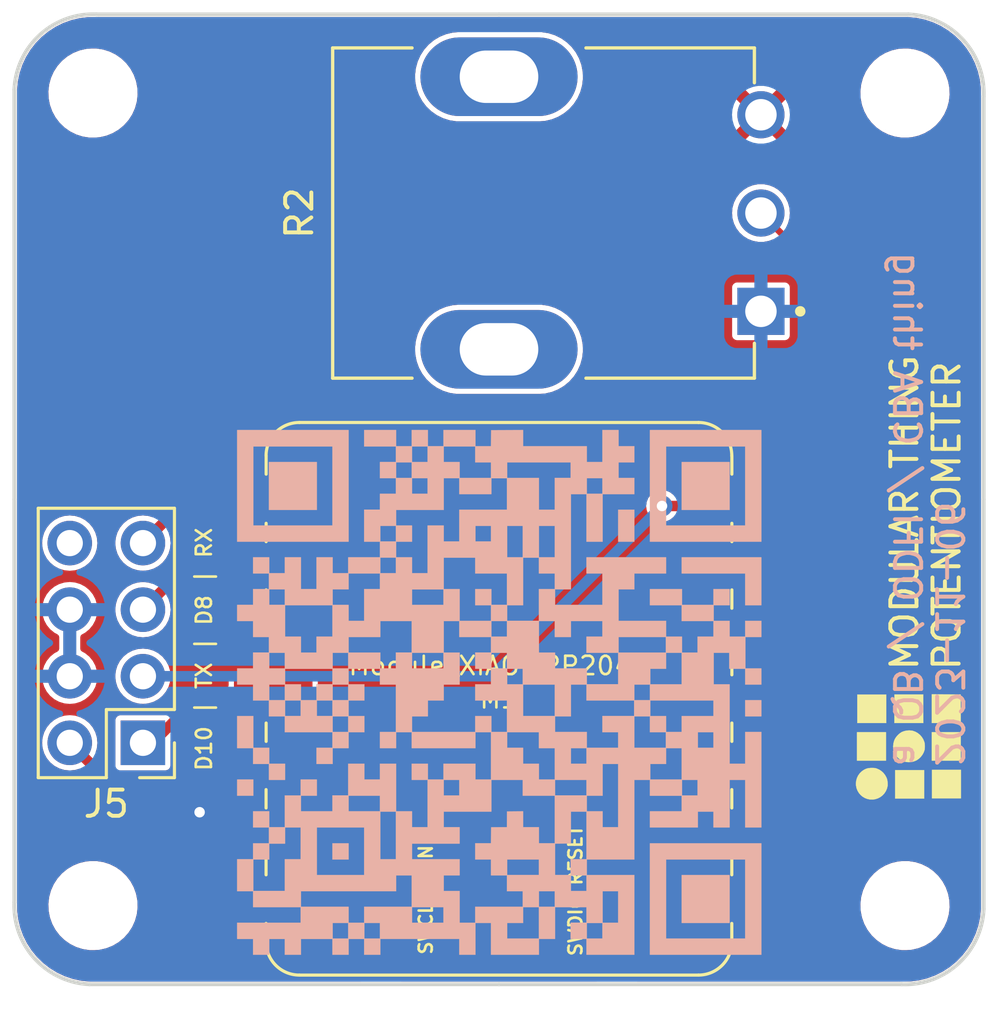
<source format=kicad_pcb>
(kicad_pcb (version 20221018) (generator pcbnew)
  (layers (0 "F.Cu" signal) (31 "B.Cu" signal) (34 "B.Paste" user) (35 "F.Paste" user) (36 "B.SilkS" user "B.Silkscreen") (37 "F.SilkS" user "F.Silkscreen") (38 "B.Mask" user) (39 "F.Mask" user) (44 "Edge.Cuts" user))
  (net 0 "")
  (net 1 "PWR_GND")
  (net 2 "B_P3")
  (net 3 "B_P2")
  (net 10 "PWR_5V")
  (net 11 "PWR_3V3")
  (net 13 "B_TX")
  (net 14 "B_RX")
  (net 21 "VAL")
  (footprint "fab:cba_logo" (layer "F.Cu") (at 155.2448 72.7964 90)
    (fp_text reference "Ref**" hide)
    (fp_text value "Val**" hide)
    (fp_poly (pts (xy -1.035539 0.683846) (xy -2.119923 0.683846) (xy -2.119923 -0.420077) (xy -1.035539 -0.420077) (xy -1.035539 0.683846)) (stroke (width 0.01)) (fill solid) (layer "F.SilkS"))
    (fp_poly (pts (xy -1.02577 2.090615) (xy -2.110154 2.090615) (xy -2.110154 0.986692) (xy -1.02577 0.986692) (xy -1.02577 2.090615)) (stroke (width 0.01)) (fill solid) (layer "F.SilkS"))
    (fp_poly (pts (xy 0.410307 -0.77177) (xy -0.674077 -0.77177) (xy -0.674077 -1.875693) (xy 0.410307 -1.875693) (xy 0.410307 -0.77177)) (stroke (width 0.01)) (fill solid) (layer "F.SilkS"))
    (fp_poly (pts (xy 0.410307 2.080846) (xy -0.674077 2.080846) (xy -0.674077 0.976923) (xy 0.410307 0.976923) (xy 0.410307 2.080846)) (stroke (width 0.01)) (fill solid) (layer "F.SilkS"))
    (fp_poly (pts (xy 1.846384 -0.762) (xy 0.762 -0.762) (xy 0.762 -1.865923) (xy 1.846384 -1.865923) (xy 1.846384 -0.762)) (stroke (width 0.01)) (fill solid) (layer "F.SilkS"))
    (fp_poly (pts (xy 1.306634 -0.447025) (xy 1.851269 -0.4445) (xy 1.851269 0.649654) (xy 1.306634 0.652178) (xy 0.762 0.654702) (xy 0.762 -0.449549) (xy 1.306634 -0.447025)) (stroke (width 0.01)) (fill solid) (layer "F.SilkS"))
    (fp_poly (pts (xy 1.853793 1.526442) (xy 1.851269 2.075961) (xy 1.306634 2.078486) (xy 0.762 2.08101) (xy 0.762 0.976923) (xy 1.856316 0.976923) (xy 1.853793 1.526442)) (stroke (width 0.01)) (fill solid) (layer "F.SilkS"))
    (fp_poly (pts (xy -0.027594 -0.488456) (xy 0.077413 -0.461512) (xy 0.144669 -0.433755) (xy 0.20451 -0.398305) (xy 0.266002 -0.350078) (xy 0.324369 -0.293761) (xy 0.374838 -0.234044) (xy 0.412635 -0.175615) (xy 0.417742 -0.165561) (xy 0.451366 -0.077559) (xy 0.4721 0.01787) (xy 0.47931 0.115021) (xy 0.472361 0.20819) (xy 0.463891 0.249505) (xy 0.428741 0.349184) (xy 0.376966 0.441105) (xy 0.31063 0.523203) (xy 0.231801 0.593412) (xy 0.142544 0.649666) (xy 0.044923 0.6899) (xy 0.015043 0.698353) (xy -0.035395 0.706964) (xy -0.097099 0.711312) (xy -0.16232 0.711367) (xy -0.223309 0.707101) (xy -0.268654 0.699425) (xy -0.359662 0.667708) (xy -0.447212 0.619718) (xy -0.527704 0.55836) (xy -0.597539 0.486537) (xy -0.653117 0.407155) (xy -0.669595 0.375932) (xy -0.707633 0.275842) (xy -0.727671 0.173482) (xy -0.73034 0.071011) (xy -0.716273 -0.029412) (xy -0.686101 -0.125627) (xy -0.640457 -0.215473) (xy -0.579972 -0.296793) (xy -0.505278 -0.367425) (xy -0.438752 -0.413009) (xy -0.341622 -0.4592) (xy -0.239276 -0.487223) (xy -0.133878 -0.497) (xy -0.027594 -0.488456)) (stroke (width 0.01)) (fill solid) (layer "F.SilkS"))
    (fp_poly (pts (xy -1.443678 -1.907812) (xy -1.340482 -1.880233) (xy -1.245195 -1.835411) (xy -1.159291 -1.774131) (xy -1.084246 -1.697181) (xy -1.047616 -1.647692) (xy -1.006623 -1.578729) (xy -0.97832 -1.511231) (xy -0.961095 -1.439539) (xy -0.953336 -1.357995) (xy -0.9525 -1.313962) (xy -0.953208 -1.257758) (xy -0.955849 -1.214841) (xy -0.961205 -1.178991) (xy -0.970055 -1.143992) (xy -0.976334 -1.123953) (xy -1.016905 -1.030516) (xy -1.073892 -0.944372) (xy -1.144792 -0.867928) (xy -1.227101 -0.803593) (xy -1.318317 -0.753778) (xy -1.387231 -0.728508) (xy -1.426509 -0.719984) (xy -1.477194 -0.713168) (xy -1.532184 -0.7086) (xy -1.58438 -0.70682) (xy -1.62668 -0.708368) (xy -1.636346 -0.709557) (xy -1.74056 -0.73508) (xy -1.83672 -0.777211) (xy -1.923254 -0.834238) (xy -1.99859 -0.904448) (xy -2.061155 -0.986127) (xy -2.109377 -1.077564) (xy -2.141683 -1.177044) (xy -2.156093 -1.275716) (xy -2.153584 -1.382159) (xy -2.133399 -1.483428) (xy -2.097033 -1.577929) (xy -2.045984 -1.664069) (xy -1.981749 -1.740255) (xy -1.905824 -1.804893) (xy -1.819706 -1.85639) (xy -1.724891 -1.893153) (xy -1.622877 -1.913588) (xy -1.553308 -1.917361) (xy -1.443678 -1.907812)) (stroke (width 0.01)) (fill solid) (layer "F.SilkS"))
  )
  (footprint "fab:Mounting_NEMA17" (layer "F.Cu") (at 139.7 63.5)
    (fp_text reference "REF**" hide)
    (fp_text value "Mounting_NEMA17" hide)
    (pad "" np_thru_hole circle locked (at -15.5 -15.5) (size 3.2 3.2) (drill 3.2) (layers "F&B.Cu" "*.Mask"))
    (pad "" np_thru_hole circle locked (at -15.5 15.5) (size 3.2 3.2) (drill 3.2) (layers "F&B.Cu" "*.Mask"))
    (pad "" np_thru_hole circle locked (at 15.5 -15.5) (size 3.2 3.2) (drill 3.2) (layers "F&B.Cu" "*.Mask"))
    (pad "" np_thru_hole circle locked (at 15.5 15.5) (size 3.2 3.2) (drill 3.2) (layers "F&B.Cu" "*.Mask"))
  )
  (footprint "fab:SeeedStudio_XIAO_RP2040_SMD" (layer "F.Cu") (at 139.7 71.12 180)
    (fp_text reference "M1" (at 0 0 unlocked) (layer "F.SilkS") (effects (font (size 0.7 0.7) (thickness 0.1))))
    (fp_text value "Module_XIAO-RP2040" (at 0.005 1.27 unlocked) (layer "F.SilkS") (effects (font (size 0.7 0.7) (thickness 0.1))))
    (fp_text user "SWCLK" (at 2.794 -8.509 90 unlocked) (layer "F.SilkS") (effects (font (size 0.5 0.5) (thickness 0.1) bold)))
    (fp_text user "GND" (at 2.794 -5.842 90 unlocked) (layer "F.SilkS") (effects (font (size 0.5 0.5) (thickness 0.1) bold)))
    (fp_text user "SWDIO" (at -2.921 -8.636 90 unlocked) (layer "F.SilkS") (effects (font (size 0.5 0.5) (thickness 0.1) bold)))
    (fp_text user "RESET" (at -2.921 -5.969 90 unlocked) (layer "F.SilkS") (effects (font (size 0.5 0.5) (thickness 0.1) bold)))
    (fp_line (start -8.89 -0.9144) (end -8.89 -1.6156) (stroke (width 0.12)) (layer "F.SilkS"))
    (fp_line (start -8.89 1.6256) (end -8.89 0.9244) (stroke (width 0.12)) (layer "F.SilkS"))
    (fp_line (start -8.89 4.1656) (end -8.89 3.4644) (stroke (width 0.12)) (layer "F.SilkS"))
    (fp_line (start -8.89 6.7056) (end -8.89 6.0044) (stroke (width 0.12)) (layer "F.SilkS"))
    (fp_line (start -8.89 9.281) (end -8.89 8.5798) (stroke (width 0.12)) (layer "F.SilkS"))
    (fp_line (start -8.8875 -8.5598) (end -8.8875 -9.261) (stroke (width 0.12)) (layer "F.SilkS"))
    (fp_line (start -8.8875 -6.7056) (end -8.8875 -6.0044) (stroke (width 0.12)) (layer "F.SilkS"))
    (fp_line (start -8.8875 -3.4544) (end -8.8875 -4.1556) (stroke (width 0.12)) (layer "F.SilkS"))
    (fp_line (start -7.6175 -10.531) (end 7.6225 -10.531) (stroke (width 0.12)) (layer "F.SilkS"))
    (fp_line (start 7.6225 10.551) (end -7.6175 10.551) (stroke (width 0.12)) (layer "F.SilkS"))
    (fp_line (start 8.89 -0.9144) (end 8.89 -1.6156) (stroke (width 0.12)) (layer "F.SilkS"))
    (fp_line (start 8.89 1.6256) (end 8.89 0.9244) (stroke (width 0.12)) (layer "F.SilkS"))
    (fp_line (start 8.89 4.1656) (end 8.89 3.4644) (stroke (width 0.12)) (layer "F.SilkS"))
    (fp_line (start 8.89 6.7056) (end 8.89 6.0044) (stroke (width 0.12)) (layer "F.SilkS"))
    (fp_line (start 8.89 9.281) (end 8.89 8.5798) (stroke (width 0.12)) (layer "F.SilkS"))
    (fp_line (start 8.8925 -8.5598) (end 8.8925 -9.261) (stroke (width 0.12)) (layer "F.SilkS"))
    (fp_line (start 8.8925 -6.7056) (end 8.8925 -6.0044) (stroke (width 0.12)) (layer "F.SilkS"))
    (fp_line (start 8.8925 -3.4544) (end 8.8925 -4.1556) (stroke (width 0.12)) (layer "F.SilkS"))
    (fp_arc (start -8.8875 -9.261) (mid -8.515526 -10.159026) (end -7.6175 -10.531) (stroke (width 0.12)) (layer "F.SilkS"))
    (fp_arc (start -7.6175 10.551) (mid -8.515526 10.179026) (end -8.8875 9.281) (stroke (width 0.12)) (layer "F.SilkS"))
    (fp_arc (start 7.6225 -10.531) (mid 8.520526 -10.159026) (end 8.8925 -9.261) (stroke (width 0.12)) (layer "F.SilkS"))
    (fp_arc (start 8.8925 9.281) (mid 8.520526 10.179026) (end 7.6225 10.551) (stroke (width 0.12)) (layer "F.SilkS"))
    (pad "1" smd rect (at -7.615 -7.62 180) (size 3 1.6) (drill (offset -1 0)) (layers "F.Cu" "F.Paste" "F.Mask") (net 21 "VAL"))
    (pad "2" smd rect (at -7.615 -5.08 180) (size 3 1.6) (drill (offset -1 0)) (layers "F.Cu" "F.Paste" "F.Mask"))
    (pad "3" smd rect (at -7.615 -2.54 180) (size 3 1.6) (drill (offset -1 0)) (layers "F.Cu" "F.Paste" "F.Mask"))
    (pad "4" smd rect (at -7.615 0 180) (size 3 1.6) (drill (offset -1 0)) (layers "F.Cu" "F.Paste" "F.Mask"))
    (pad "5" smd rect (at -7.615 2.54 180) (size 3 1.6) (drill (offset -1 0)) (layers "F.Cu" "F.Paste" "F.Mask"))
    (pad "6" smd rect (at -7.615 5.08 180) (size 3 1.6) (drill (offset -1 0)) (layers "F.Cu" "F.Paste" "F.Mask"))
    (pad "7" smd rect (at -7.615 7.62 180) (size 3 1.6) (drill (offset -1 0)) (layers "F.Cu" "F.Paste" "F.Mask") (net 13 "B_TX"))
    (pad "8" smd rect (at 7.62 7.62 180) (size 3 1.6) (drill (offset 1 0)) (layers "F.Cu" "F.Paste" "F.Mask") (net 14 "B_RX"))
    (pad "9" smd rect (at 7.62 5.08 180) (size 3 1.6) (drill (offset 1 0)) (layers "F.Cu" "F.Paste" "F.Mask") (net 3 "B_P2"))
    (pad "10" smd rect (at 7.62 2.54 180) (size 3 1.6) (drill (offset 1 0)) (layers "F.Cu" "F.Paste" "F.Mask"))
    (pad "11" smd rect (at 7.62 0 180) (size 3 1.6) (drill (offset 1 0)) (layers "F.Cu" "F.Paste" "F.Mask") (net 2 "B_P3"))
    (pad "12" smd rect (at 7.62 -2.54 180) (size 3 1.6) (drill (offset 1 0)) (layers "F.Cu" "F.Paste" "F.Mask") (net 11 "PWR_3V3"))
    (pad "13" smd rect (at 7.62 -5.08 180) (size 3 1.6) (drill (offset 1 0)) (layers "F.Cu" "F.Paste" "F.Mask") (net 1 "PWR_GND"))
    (pad "14" smd rect (at 7.62 -7.62 180) (size 3 1.6) (drill (offset 1 0)) (layers "F.Cu" "F.Paste" "F.Mask") (net 10 "PWR_5V"))
    (pad "15" smd rect (at 1.275 8.89 90) (size 2.4 1.2) (layers "F.Cu" "F.Paste" "F.Mask"))
    (pad "16" smd rect (at -1.265 8.89 90) (size 2.4 1.2) (layers "F.Cu" "F.Paste" "F.Mask"))
    (pad "17" smd circle (at -1.27 -8.5 180) (size 1.2 1.2) (layers "F.Cu" "F.Paste" "F.Mask"))
    (pad "18" smd circle (at -1.27 -5.96 180) (size 1.2 1.2) (layers "F.Cu" "F.Paste" "F.Mask"))
    (pad "19" smd circle (at 1.27 -5.96 180) (size 1.2 1.2) (layers "F.Cu" "F.Paste" "F.Mask"))
    (pad "20" smd circle (at 1.27 -8.5 180) (size 1.2 1.2) (layers "F.Cu" "F.Paste" "F.Mask"))
    (zone (net 0) (net_name "") (layers "F.Cu" "F.Paste" "F.Mask" "User.1") (name "USB_MECHA") (connect_pads (clearance 0)) (min_thickness 0.25)
      (keepout (tracks not_allowed) (vias not_allowed) (pads not_allowed) (copperpour not_allowed) (footprints not_allowed))
      (fill (thermal_gap 0.5) (thermal_bridge_width 0.5))
      (polygon (pts (xy 135.9 77.62) (xy 134.5 77.62) (xy 134.5 75.42) (xy 135.9 75.42)))
    )
    (zone (net 0) (net_name "") (layers "F.Cu" "F.Paste" "F.Mask" "User.1") (name "USB_MECHA") (connect_pads (clearance 0)) (min_thickness 0.25)
      (keepout (tracks not_allowed) (vias not_allowed) (pads not_allowed) (copperpour not_allowed) (footprints not_allowed))
      (fill (thermal_gap 0.5) (thermal_bridge_width 0.5))
      (polygon (pts (xy 135.9 81.67) (xy 134.5 81.67) (xy 134.5 79.62) (xy 135.9 79.62)))
    )
    (zone (net 0) (net_name "") (layers "F.Cu" "F.Paste" "F.Mask" "User.1") (name "USB_MECHA") (connect_pads (clearance 0)) (min_thickness 0.25)
      (keepout (tracks not_allowed) (vias not_allowed) (pads not_allowed) (copperpour not_allowed) (footprints not_allowed))
      (fill (thermal_gap 0.5) (thermal_bridge_width 0.5))
      (polygon (pts (xy 144.9 77.62) (xy 143.5 77.62) (xy 143.5 75.42) (xy 144.9 75.42)))
    )
    (zone (net 0) (net_name "") (layers "F.Cu" "F.Paste" "F.Mask" "User.1") (name "USB_MECHA") (connect_pads (clearance 0)) (min_thickness 0.25)
      (keepout (tracks not_allowed) (vias not_allowed) (pads not_allowed) (copperpour not_allowed) (footprints not_allowed))
      (fill (thermal_gap 0.5) (thermal_bridge_width 0.5))
      (polygon (pts (xy 144.9 81.67) (xy 143.5 81.67) (xy 143.5 79.62) (xy 144.9 79.62)))
    )
  )
  (footprint "fab:PinHeader_2x04_P2.54mm_Vertical_pinch" (layer "F.Cu") (at 125.98 72.79 180)
    (fp_text reference "J5" (at 1.27 -2.33) (layer "F.SilkS"))
    (fp_text value "Conn_02x04_Odd_Even" hide)
    (fp_line (start -1.33 -1.33) (end 0 -1.33) (stroke (width 0.12)) (layer "F.SilkS"))
    (fp_line (start -1.33 0) (end -1.33 -1.33) (stroke (width 0.12)) (layer "F.SilkS"))
    (fp_line (start -1.33 1.27) (end -1.33 8.95) (stroke (width 0.12)) (layer "F.SilkS"))
    (fp_line (start -1.33 1.27) (end 1.27 1.27) (stroke (width 0.12)) (layer "F.SilkS"))
    (fp_line (start -1.33 8.95) (end 3.87 8.95) (stroke (width 0.12)) (layer "F.SilkS"))
    (fp_line (start 1.27 -1.33) (end 3.87 -1.33) (stroke (width 0.12)) (layer "F.SilkS"))
    (fp_line (start 1.27 1.27) (end 1.27 -1.33) (stroke (width 0.12)) (layer "F.SilkS"))
    (fp_line (start 3.87 -1.33) (end 3.87 8.95) (stroke (width 0.12)) (layer "F.SilkS"))
    (pad "1" thru_hole rect (at -0.127 0 180) (size 1.7 1.7) (drill 1) (layers "*.Cu" "*.Mask") (net 2 "B_P3"))
    (pad "2" thru_hole oval (at 2.667 0 180) (size 1.7 1.7) (drill 1) (layers "*.Cu" "*.Mask") (net 10 "PWR_5V"))
    (pad "3" thru_hole oval (at -0.127 2.54 180) (size 1.7 1.7) (drill 1) (layers "*.Cu" "*.Mask") (net 13 "B_TX"))
    (pad "4" thru_hole oval (at 2.667 2.54 180) (size 1.7 1.7) (drill 1) (layers "*.Cu" "*.Mask") (net 1 "PWR_GND"))
    (pad "5" thru_hole oval (at -0.127 5.08 180) (size 1.7 1.7) (drill 1) (layers "*.Cu" "*.Mask") (net 3 "B_P2"))
    (pad "6" thru_hole oval (at 2.667 5.08 180) (size 1.7 1.7) (drill 1) (layers "*.Cu" "*.Mask") (net 1 "PWR_GND"))
    (pad "7" thru_hole oval (at -0.127 7.62 180) (size 1.7 1.7) (drill 1) (layers "*.Cu" "*.Mask") (net 14 "B_RX"))
    (pad "8" thru_hole oval (at 2.667 7.62 180) (size 1.7 1.7) (drill 1) (layers "*.Cu" "*.Mask"))
  )
  (footprint "P120PK-F17BR5K:TRIM_P120PK-F17BR5K" (layer "F.Cu") (at 139.7 52.578 90)
    (fp_text reference "R2" (at 0 -7.62 90) (layer "F.SilkS"))
    (fp_text value "P120PK-F17BR5K" hide)
    (fp_line (start -6.3 -6.35) (end 6.3 -6.35) (stroke (width 0.127)) (layer "F.SilkS"))
    (fp_line (start -6.3 -3.32) (end -6.3 -6.35) (stroke (width 0.127)) (layer "F.SilkS"))
    (fp_line (start -6.3 9.75) (end -6.3 3.32) (stroke (width 0.127)) (layer "F.SilkS"))
    (fp_line (start -4.97 9.75) (end -6.3 9.75) (stroke (width 0.127)) (layer "F.SilkS"))
    (fp_line (start 6.3 -6.35) (end 6.3 -3.32) (stroke (width 0.127)) (layer "F.SilkS"))
    (fp_line (start 6.3 9.75) (end 4.97 9.75) (stroke (width 0.127)) (layer "F.SilkS"))
    (fp_line (start 6.3 9.75) (end 6.3 3.32) (stroke (width 0.127)) (layer "F.SilkS"))
    (fp_circle (center -3.75 11.5) (end -3.65 11.5) (stroke (width 0.2)) (fill none) (layer "F.SilkS"))
    (pad "1" thru_hole rect (at -3.75 10 90) (size 1.8 1.8) (drill 1.2) (layers "*.Cu" "*.Mask") (net 1 "PWR_GND"))
    (pad "2" thru_hole circle (at 0 10 90) (size 1.8 1.8) (drill 1.2) (layers "*.Cu" "*.Mask") (net 21 "VAL"))
    (pad "3" thru_hole circle (at 3.75 10 90) (size 1.8 1.8) (drill 1.2) (layers "*.Cu" "*.Mask") (net 11 "PWR_3V3"))
    (pad "SH1" thru_hole oval (at -5.2 0 90) (size 3 6) (drill oval 2 3) (layers "*.Cu" "*.Mask"))
    (pad "SH2" thru_hole oval (at 5.2 0 90) (size 3 6) (drill oval 2 3) (layers "*.Cu" "*.Mask"))
  )
  (footprint "fab:qr_programmer" (layer "B.Cu") (at 139.7 70.529036 180)
    (fp_text reference "Ref**" hide)
    (fp_text value "Val**" hide)
    (fp_poly (pts (xy -9.398 -1.250461) (xy -10.013462 -1.250461) (xy -10.013462 -0.635) (xy -9.398 -0.635) (xy -9.398 -1.250461)) (stroke (width 0.01)) (fill solid) (layer "B.SilkS"))
    (fp_poly (pts (xy -6.975231 -9.134231) (xy -8.802077 -9.134231) (xy -8.802077 -7.307384) (xy -6.975231 -7.307384) (xy -6.975231 -9.134231)) (stroke (width 0.01)) (fill solid) (layer "B.SilkS"))
    (fp_poly (pts (xy -6.975231 6.623539) (xy -8.802077 6.623539) (xy -8.802077 8.450385) (xy -6.975231 8.450385) (xy -6.975231 6.623539)) (stroke (width 0.01)) (fill solid) (layer "B.SilkS"))
    (fp_poly (pts (xy -4.552462 5.412154) (xy -5.167923 5.412154) (xy -5.167923 6.633308) (xy -4.552462 6.633308) (xy -4.552462 5.412154)) (stroke (width 0.01)) (fill solid) (layer "B.SilkS"))
    (fp_poly (pts (xy 6.359769 -6.711461) (xy 5.744307 -6.711461) (xy 5.744307 -6.096) (xy 6.359769 -6.096) (xy 6.359769 -6.711461)) (stroke (width 0.01)) (fill solid) (layer "B.SilkS"))
    (fp_poly (pts (xy 8.782538 6.623539) (xy 6.955692 6.623539) (xy 6.955692 8.450385) (xy 8.782538 8.450385) (xy 8.782538 6.623539)) (stroke (width 0.01)) (fill solid) (layer "B.SilkS"))
    (fp_poly (pts (xy 9.993923 -4.278923) (xy 9.378461 -4.278923) (xy 9.378461 -3.663461) (xy 9.993923 -3.663461) (xy 9.993923 -4.278923)) (stroke (width 0.01)) (fill solid) (layer "B.SilkS"))
    (fp_poly (pts (xy -6.975231 4.200769) (xy -9.398 4.200769) (xy -9.398 2.989385) (xy -10.013462 2.989385) (xy -10.013462 4.816231) (xy -6.975231 4.816231) (xy -6.975231 4.200769)) (stroke (width 0.01)) (fill solid) (layer "B.SilkS"))
    (fp_poly (pts (xy -5.763846 -10.345615) (xy -10.013462 -10.345615) (xy -10.013462 -6.711461) (xy -9.398 -6.711461) (xy -9.398 -9.730154) (xy -6.379308 -9.730154) (xy -6.379308 -6.711461) (xy -9.398 -6.711461) (xy -10.013462 -6.711461) (xy -10.013462 -6.096) (xy -5.763846 -6.096) (xy -5.763846 -10.345615)) (stroke (width 0.01)) (fill solid) (layer "B.SilkS"))
    (fp_poly (pts (xy -5.763846 5.412154) (xy -10.013462 5.412154) (xy -10.013462 9.046308) (xy -9.398 9.046308) (xy -9.398 6.027616) (xy -6.379308 6.027616) (xy -6.379308 9.046308) (xy -9.398 9.046308) (xy -10.013462 9.046308) (xy -10.013462 9.671539) (xy -5.763846 9.671539) (xy -5.763846 5.412154)) (stroke (width 0.01)) (fill solid) (layer "B.SilkS"))
    (fp_poly (pts (xy 9.993923 5.412154) (xy 5.744307 5.412154) (xy 5.744307 9.046308) (xy 6.359769 9.046308) (xy 6.359769 6.027616) (xy 9.378461 6.027616) (xy 9.378461 9.046308) (xy 6.359769 9.046308) (xy 5.744307 9.046308) (xy 5.744307 9.671539) (xy 9.993923 9.671539) (xy 9.993923 5.412154)) (stroke (width 0.01)) (fill solid) (layer "B.SilkS"))
    (fp_poly (pts (xy 9.993923 -2.461846) (xy 9.388231 -2.461846) (xy 9.388231 -3.067538) (xy 8.782538 -3.067538) (xy 8.782538 -3.673231) (xy 8.167077 -3.673231) (xy 8.167077 -3.057769) (xy 8.772769 -3.057769) (xy 8.772769 -2.452077) (xy 9.378461 -2.452077) (xy 9.378461 -1.240692) (xy 9.993923 -1.240692) (xy 9.993923 -2.461846)) (stroke (width 0.01)) (fill solid) (layer "B.SilkS"))
    (fp_poly (pts (xy -0.310173 9.66917) (xy 0.297961 9.666654) (xy 0.300543 9.361366) (xy 0.303124 9.056077) (xy 0.898769 9.056077) (xy 0.898769 9.671539) (xy 2.119923 9.671539) (xy 2.119923 9.056077) (xy 2.715846 9.056077) (xy 2.715846 9.671539) (xy 3.331307 9.671539) (xy 3.331307 9.056077) (xy 3.927231 9.056077) (xy 3.927231 9.671539) (xy 5.148384 9.671539) (xy 5.148384 9.046308) (xy 3.937 9.046308) (xy 3.937 8.450385) (xy 4.542692 8.450385) (xy 4.542692 7.834923) (xy 3.937 7.834923) (xy 3.937 7.239) (xy 4.542692 7.239) (xy 4.542692 6.633308) (xy 5.148384 6.633308) (xy 5.148384 5.412154) (xy 4.542692 5.412154) (xy 4.542692 4.816231) (xy 5.754077 4.816231) (xy 5.754077 4.210539) (xy 6.35 4.210539) (xy 6.35 4.816231) (xy 6.965461 4.816231) (xy 6.965461 3.604846) (xy 7.561384 3.604846) (xy 7.561384 4.816231) (xy 8.176846 4.816231) (xy 8.176846 4.210539) (xy 8.772769 4.210539) (xy 8.772769 4.816231) (xy 9.388231 4.816231) (xy 9.388231 4.200769) (xy 8.782538 4.200769) (xy 8.782538 3.604846) (xy 9.388231 3.604846) (xy 9.388231 2.999154) (xy 9.993923 2.999154) (xy 9.993923 2.383693) (xy 9.388231 2.383693) (xy 9.388231 1.778) (xy 8.782538 1.778) (xy 8.782538 1.182077) (xy 9.388231 1.182077) (xy 9.388231 0.576385) (xy 9.993923 0.576385) (xy 9.993923 -0.039077) (xy 9.388231 -0.039077) (xy 9.388231 -0.644769) (xy 8.782538 -0.644769) (xy 8.782538 -1.250461) (xy 8.176846 -1.250461) (xy 8.176846 -1.856154) (xy 6.359769 -1.856154) (xy 6.359769 -2.452077) (xy 6.965461 -2.452077) (xy 6.965461 -3.067538) (xy 6.35 -3.067538) (xy 6.35 -2.461846) (xy 5.744307 -2.461846) (xy 5.744307 -1.856154) (xy 5.138615 -1.856154) (xy 5.138615 -1.250461) (xy 5.754077 -1.250461) (xy 5.754077 -1.846384) (xy 6.35 -1.846384) (xy 6.35 -1.250461) (xy 5.754077 -1.250461) (xy 5.138615 -1.250461) (xy 5.138615 -1.240692) (xy 5.744307 -1.240692) (xy 5.744307 -0.644769) (xy 6.359769 -0.644769) (xy 6.359769 -1.240692) (xy 6.955692 -1.240692) (xy 6.955692 -0.644769) (xy 7.571154 -0.644769) (xy 7.571154 -1.240692) (xy 8.167077 -1.240692) (xy 8.167077 -0.644769) (xy 7.571154 -0.644769) (xy 6.955692 -0.644769) (xy 6.359769 -0.644769) (xy 5.744307 -0.644769) (xy 5.138615 -0.644769) (xy 5.138615 -0.039077) (xy 5.754077 -0.039077) (xy 5.754077 -0.635) (xy 6.35 -0.635) (xy 6.35 -0.039077) (xy 5.754077 -0.039077) (xy 5.138615 -0.039077) (xy 5.138615 -0.029307) (xy 5.744307 -0.029307) (xy 5.744307 0.566616) (xy 6.359769 0.566616) (xy 6.359769 -0.029307) (xy 6.965461 -0.029307) (xy 6.965461 -0.635) (xy 7.561384 -0.635) (xy 7.561384 -0.039077) (xy 8.176846 -0.039077) (xy 8.176846 -0.635) (xy 8.772769 -0.635) (xy 8.772769 -0.039077) (xy 8.176846 -0.039077) (xy 7.561384 -0.039077) (xy 7.561384 -0.029307) (xy 8.167077 -0.029307) (xy 8.167077 0.566616) (xy 6.359769 0.566616) (xy 5.744307 0.566616) (xy 4.542692 0.566616) (xy 4.542692 -0.039077) (xy 3.937 -0.039077) (xy 3.937 -1.846384) (xy 4.542692 -1.846384) (xy 4.542692 -2.461846) (xy 3.927231 -2.461846) (xy 3.927231 -1.856154) (xy 3.331307 -1.856154) (xy 3.331307 -2.461846) (xy 0.898769 -2.461846) (xy 0.898769 -1.856154) (xy 0.302846 -1.856154) (xy 0.302846 -3.663461) (xy 0.898769 -3.663461) (xy 0.898769 -3.057769) (xy 2.119923 -3.057769) (xy 2.119923 -3.663461) (xy 2.715846 -3.663461) (xy 2.715846 -3.057769) (xy 3.331307 -3.057769) (xy 3.331307 -3.673231) (xy 2.725615 -3.673231) (xy 2.725615 -5.480538) (xy 3.321538 -5.480538) (xy 3.321538 -4.884615) (xy 3.937 -4.884615) (xy 3.937 -6.701692) (xy 4.532923 -6.701692) (xy 4.532923 -5.490307) (xy 5.148384 -5.490307) (xy 5.148384 -7.307384) (xy 6.955692 -7.307384) (xy 6.955692 -5.490307) (xy 7.571154 -5.490307) (xy 7.571154 -6.701692) (xy 8.176846 -6.701692) (xy 8.176846 -7.913077) (xy 9.378461 -7.913077) (xy 9.378461 -6.711461) (xy 8.772769 -6.711461) (xy 8.772769 -6.105769) (xy 8.167077 -6.105769) (xy 8.167077 -5.490307) (xy 7.571154 -5.490307) (xy 6.955692 -5.490307) (xy 5.148384 -5.490307) (xy 4.532923 -5.490307) (xy 4.532923 -4.884615) (xy 3.937 -4.884615) (xy 3.321538 -4.884615) (xy 3.321538 -4.874846) (xy 3.927231 -4.874846) (xy 3.927231 -4.278923) (xy 4.542692 -4.278923) (xy 4.542692 -4.874846) (xy 5.744307 -4.874846) (xy 5.744307 -4.278923) (xy 4.542692 -4.278923) (xy 3.927231 -4.278923) (xy 3.927231 -3.057769) (xy 4.542692 -3.057769) (xy 4.542692 -3.663461) (xy 5.138615 -3.663461) (xy 5.138615 -3.057769) (xy 5.754077 -3.057769) (xy 5.754077 -4.269154) (xy 6.359769 -4.269154) (xy 6.359769 -4.874846) (xy 7.561384 -4.874846) (xy 7.561384 -4.278923) (xy 6.955692 -4.278923) (xy 6.955692 -3.663461) (xy 7.571154 -3.663461) (xy 7.571154 -4.269154) (xy 8.176846 -4.269154) (xy 8.176846 -5.480538) (xy 8.772769 -5.480538) (xy 8.772769 -4.874846) (xy 9.388231 -4.874846) (xy 9.388231 -5.490307) (xy 8.782538 -5.490307) (xy 8.782538 -6.096) (xy 9.388231 -6.096) (xy 9.388231 -6.701692) (xy 9.993923 -6.701692) (xy 9.993923 -7.922846) (xy 9.388231 -7.922846) (xy 9.388231 -8.528538) (xy 7.571154 -8.528538) (xy 7.571154 -9.124461) (xy 9.993923 -9.124461) (xy 9.993923 -9.739923) (xy 9.388231 -9.739923) (xy 9.388231 -10.345615) (xy 8.772769 -10.345615) (xy 8.772769 -9.739923) (xy 8.176846 -9.739923) (xy 8.176846 -10.345615) (xy 7.561384 -10.345615) (xy 7.561384 -9.739923) (xy 6.359769 -9.739923) (xy 6.359769 -10.345615) (xy 5.744307 -10.345615) (xy 5.744307 -9.739923) (xy 5.148384 -9.739923) (xy 5.148384 -10.345615) (xy 4.532923 -10.345615) (xy 4.532923 -9.739923) (xy 1.514231 -9.739923) (xy 1.514231 -10.345615) (xy 0.898769 -10.345615) (xy 0.898769 -9.134231) (xy 4.542692 -9.134231) (xy 4.542692 -9.730154) (xy 5.138615 -9.730154) (xy 5.138615 -9.134231) (xy 5.754077 -9.134231) (xy 5.754077 -9.730154) (xy 6.35 -9.730154) (xy 6.35 -9.134231) (xy 5.754077 -9.134231) (xy 5.138615 -9.134231) (xy 4.542692 -9.134231) (xy 0.898769 -9.134231) (xy 0.302846 -9.134231) (xy 0.302846 -10.345615) (xy -1.524 -10.345615) (xy -1.524 -9.739923) (xy -2.139462 -9.739923) (xy -2.139462 -8.528538) (xy -1.524 -8.528538) (xy -1.524 -9.730154) (xy -0.312616 -9.730154) (xy -0.312616 -9.134231) (xy -0.918308 -9.134231) (xy -0.918308 -8.528538) (xy -1.524 -8.528538) (xy -2.139462 -8.528538) (xy -3.341077 -8.528538) (xy -3.341077 -9.124461) (xy -2.735385 -9.124461) (xy -2.735385 -9.739923) (xy -3.341077 -9.739923) (xy -3.341077 -10.345615) (xy -5.167923 -10.345615) (xy -5.167923 -9.134231) (xy -3.946769 -9.134231) (xy -3.946769 -9.730154) (xy -3.350846 -9.730154) (xy -3.350846 -9.134231) (xy -3.946769 -9.134231) (xy -5.167923 -9.134231) (xy -5.167923 -7.922846) (xy -4.552462 -7.922846) (xy -4.552462 -9.124461) (xy -3.956539 -9.124461) (xy -3.956539 -7.922846) (xy -2.129693 -7.922846) (xy -2.129693 -8.518769) (xy -1.524 -8.518769) (xy -1.524 -7.922846) (xy -2.129693 -7.922846) (xy -3.956539 -7.922846) (xy -4.552462 -7.922846) (xy -5.167923 -7.922846) (xy -5.167923 -7.317154) (xy -3.341077 -7.317154) (xy -3.341077 -7.913077) (xy -2.745154 -7.913077) (xy -2.745154 -7.317154) (xy -3.341077 -7.317154) (xy -5.167923 -7.317154) (xy -5.167923 -7.307384) (xy -3.350846 -7.307384) (xy -3.350846 -6.711461) (xy -5.167923 -6.711461) (xy -5.167923 -3.673231) (xy -5.763846 -3.673231) (xy -5.763846 -4.278923) (xy -6.975231 -4.278923) (xy -6.975231 -4.874846) (xy -5.763846 -4.874846) (xy -5.763846 -5.490307) (xy -7.590693 -5.490307) (xy -7.590693 -4.884615) (xy -8.186616 -4.884615) (xy -8.186616 -5.490307) (xy -8.802077 -5.490307) (xy -8.802077 -3.673231) (xy -7.580923 -3.673231) (xy -7.580923 -4.269154) (xy -6.985 -4.269154) (xy -6.985 -3.673231) (xy -7.580923 -3.673231) (xy -8.802077 -3.673231) (xy -9.398 -3.673231) (xy -9.398 -5.490307) (xy -10.013462 -5.490307) (xy -10.013462 -1.846384) (xy -9.398 -1.846384) (xy -9.398 -3.057769) (xy -8.802077 -3.057769) (xy -8.802077 -2.461846) (xy -6.975231 -2.461846) (xy -6.975231 -3.663461) (xy -5.773616 -3.663461) (xy -5.773616 -3.067538) (xy -4.552462 -3.067538) (xy -4.552462 -5.480538) (xy -3.956539 -5.480538) (xy -3.956539 -4.884615) (xy -3.341077 -4.884615) (xy -3.341077 -6.701692) (xy -2.735385 -6.701692) (xy -2.735385 -7.307384) (xy -2.139462 -7.307384) (xy -2.139462 -6.711461) (xy -1.524 -6.711461) (xy -1.524 -7.307384) (xy -0.312616 -7.307384) (xy -0.312616 -6.711461) (xy -1.524 -6.711461) (xy -2.139462 -6.711461) (xy -2.139462 -6.106051) (xy -2.439866 -6.103468) (xy -2.740269 -6.100884) (xy -2.742786 -5.49275) (xy -2.745302 -4.884615) (xy -3.341077 -4.884615) (xy -3.956539 -4.884615) (xy -3.956539 -4.874846) (xy -3.350846 -4.874846) (xy -3.350846 -4.278923) (xy -2.129693 -4.278923) (xy -2.129693 -6.096) (xy -1.524 -6.096) (xy -1.524 -5.480538) (xy -0.918308 -5.480538) (xy -0.918308 -4.874568) (xy -0.613019 -4.877149) (xy -0.307731 -4.879731) (xy -0.305148 -5.179993) (xy -0.302564 -5.480256) (xy -0.002302 -5.48284) (xy 0.297961 -5.485423) (xy 0.300543 -5.790711) (xy 0.303124 -6.096) (xy 0.908538 -6.096) (xy 0.908538 -6.711461) (xy 0.302846 -6.711461) (xy 0.302846 -7.317154) (xy -0.302846 -7.317154) (xy -0.302846 -7.922846) (xy -0.908539 -7.922846) (xy -0.908539 -8.518769) (xy 0.908538 -8.518769) (xy 0.908538 -9.124461) (xy 1.504461 -9.124461) (xy 1.504461 -8.528538) (xy 2.119923 -8.528538) (xy 2.119923 -9.124461) (xy 3.321538 -9.124461) (xy 3.321538 -8.528538) (xy 2.119923 -8.528538) (xy 1.504461 -8.528538) (xy 1.504461 -7.913077) (xy 2.110154 -7.913077) (xy 2.110154 -7.317154) (xy 3.331307 -7.317154) (xy 3.331307 -8.518769) (xy 5.148384 -8.518769) (xy 5.148384 -9.124461) (xy 5.744307 -9.124461) (xy 5.744307 -8.518769) (xy 7.561384 -8.518769) (xy 7.561384 -7.922846) (xy 3.927231 -7.922846) (xy 3.927231 -7.317154) (xy 3.331307 -7.317154) (xy 2.110154 -7.317154) (xy 1.504461 -7.317154) (xy 1.504461 -6.701692) (xy 3.321538 -6.701692) (xy 3.321538 -6.105769) (xy 1.504461 -6.105769) (xy 1.504461 -5.480538) (xy 2.110154 -5.480538) (xy 2.110154 -4.884615) (xy 0.293077 -4.884615) (xy 0.293077 -3.673231) (xy 1.514231 -3.673231) (xy 1.514231 -4.269154) (xy 2.110154 -4.269154) (xy 2.110154 -3.673231) (xy 1.514231 -3.673231) (xy 0.293077 -3.673231) (xy -0.908539 -3.673231) (xy -0.908539 -4.278923) (xy -2.129693 -4.278923) (xy -3.350846 -4.278923) (xy -3.956539 -4.278923) (xy -3.956539 -3.673231) (xy -3.341077 -3.673231) (xy -3.341077 -4.269154) (xy -2.139462 -4.269154) (xy -2.139462 -3.673231) (xy -3.341077 -3.673231) (xy -3.956539 -3.673231) (xy -3.956539 -3.067538) (xy -4.552462 -3.067538) (xy -5.773616 -3.067538) (xy -6.379308 -3.067538) (xy -6.379308 -2.461846) (xy -3.341077 -2.461846) (xy -3.341077 -3.057769) (xy -2.745154 -3.057769) (xy -2.745154 -2.461846) (xy -2.129693 -2.461846) (xy -2.129693 -3.663461) (xy -1.524 -3.663461) (xy -1.524 -3.057769) (xy -0.918308 -3.057769) (xy -0.918308 -2.452077) (xy -0.312616 -2.452077) (xy -0.312616 -1.856154) (xy -1.524 -1.856154) (xy -1.524 -2.461846) (xy -2.129693 -2.461846) (xy -2.745154 -2.461846) (xy -3.341077 -2.461846) (xy -6.379308 -2.461846) (xy -6.975231 -2.461846) (xy -8.802077 -2.461846) (xy -8.802077 -1.856154) (xy -8.186616 -1.856154) (xy -8.186616 -2.452077) (xy -7.590693 -2.452077) (xy -7.590693 -1.856154) (xy -6.369539 -1.856154) (xy -6.369539 -2.452077) (xy -5.167923 -2.452077) (xy -5.167923 -1.250461) (xy -5.763846 -1.250461) (xy -5.763846 -1.856154) (xy -6.369539 -1.856154) (xy -7.590693 -1.856154) (xy -8.186616 -1.856154) (xy -8.802077 -1.856154) (xy -8.802077 -0.644769) (xy -8.186616 -0.644769) (xy -8.186616 -1.240692) (xy -6.975231 -1.240692) (xy -6.975231 -1.846384) (xy -6.379308 -1.846384) (xy -6.379308 -1.240692) (xy -5.773616 -1.240692) (xy -5.773616 -0.644769) (xy -5.158154 -0.644769) (xy -5.158154 -1.240692) (xy -3.946769 -1.240692) (xy -3.946769 -1.856154) (xy -4.552462 -1.856154) (xy -4.552462 -2.452077) (xy -3.350846 -2.452077) (xy -3.350846 -1.846384) (xy -2.139462 -1.846384) (xy -2.139462 -1.250461) (xy -2.745154 -1.250461) (xy -2.745154 -0.039077) (xy -2.129693 -0.039077) (xy -2.129693 -1.240692) (xy -0.918308 -1.240692) (xy -0.918308 -0.644769) (xy -0.302846 -0.644769) (xy -0.302846 -1.846384) (xy 0.293077 -1.846384) (xy 0.293077 -1.240692) (xy 0.908538 -1.240692) (xy 0.908538 -1.846384) (xy 3.321538 -1.846384) (xy 3.321538 -1.250461) (xy 2.715846 -1.250461) (xy 2.715846 -0.644769) (xy 2.110154 -0.644769) (xy 2.110154 -0.039077) (xy 1.504461 -0.039077) (xy 1.504461 1.172308) (xy 2.119923 1.172308) (xy 2.119923 0.576385) (xy 3.321538 0.576385) (xy 3.321538 1.172308) (xy 2.119923 1.172308) (xy 1.504461 1.172308) (xy 1.504461 1.182077) (xy 2.110154 1.182077) (xy 2.110154 2.383693) (xy 3.331307 2.383693) (xy 3.331307 1.182077) (xy 3.937 1.182077) (xy 3.937 0.576385) (xy 4.532923 0.576385) (xy 4.532923 1.172308) (xy 5.754077 1.172308) (xy 5.754077 0.576385) (xy 6.35 0.576385) (xy 6.35 1.172308) (xy 8.176846 1.172308) (xy 8.176846 0.576385) (xy 8.772769 0.576385) (xy 8.772769 1.172308) (xy 8.176846 1.172308) (xy 6.35 1.172308) (xy 5.754077 1.172308) (xy 4.532923 1.172308) (xy 4.532923 1.182077) (xy 5.744307 1.182077) (xy 5.744307 1.778) (xy 4.532923 1.778) (xy 4.532923 2.383693) (xy 3.331307 2.383693) (xy 2.110154 2.383693) (xy 1.514231 2.383693) (xy 1.514231 1.778) (xy 0.302846 1.778) (xy 0.302846 1.182077) (xy 0.908538 1.182077) (xy 0.908538 0.566616) (xy 0.302846 0.566616) (xy 0.302846 -0.029307) (xy 0.908538 -0.029307) (xy 0.908538 -0.644769) (xy -0.302846 -0.644769) (xy -0.918308 -0.644769) (xy -0.918308 -0.039077) (xy -2.129693 -0.039077) (xy -2.745154 -0.039077) (xy -3.341077 -0.039077) (xy -3.341077 -0.644769) (xy -5.158154 -0.644769) (xy -5.773616 -0.644769) (xy -8.186616 -0.644769) (xy -8.802077 -0.644769) (xy -8.802077 -0.039077) (xy -5.763846 -0.039077) (xy -5.763846 -0.635) (xy -5.167923 -0.635) (xy -5.167923 -0.039077) (xy -5.763846 -0.039077) (xy -8.802077 -0.039077) (xy -8.802077 -0.029307) (xy -8.196385 -0.029307) (xy -8.196385 1.172308) (xy -6.975231 1.172308) (xy -6.975231 -0.029307) (xy -5.773616 -0.029307) (xy -5.773616 0.566616) (xy -6.379308 0.566616) (xy -6.379308 1.172308) (xy -4.552462 1.172308) (xy -4.552462 -0.029307) (xy -3.350846 -0.029307) (xy -3.350846 0.566616) (xy -0.908539 0.566616) (xy -0.908539 -0.029307) (xy -0.312616 -0.029307) (xy -0.312616 0.566616) (xy -0.908539 0.566616) (xy -3.350846 0.566616) (xy -3.350846 0.576385) (xy -2.139462 0.576385) (xy -2.139462 1.172308) (xy -0.302846 1.172308) (xy -0.302846 0.576385) (xy 0.293077 0.576385) (xy 0.293077 1.172308) (xy -0.302846 1.172308) (xy -2.139462 1.172308) (xy -2.139462 1.182077) (xy -1.524 1.182077) (xy -1.524 2.383693) (xy -0.302846 2.383693) (xy -0.302846 1.787769) (xy 0.293077 1.787769) (xy 0.293077 2.383693) (xy -0.302846 2.383693) (xy -1.524 2.383693) (xy -2.129693 2.383693) (xy -2.129693 1.778) (xy -2.745154 1.778) (xy -2.745154 2.383693) (xy -3.946769 2.383693) (xy -3.946769 1.787769) (xy -3.341077 1.787769) (xy -3.341077 1.172308) (xy -4.552462 1.172308) (xy -6.379308 1.172308) (xy -6.975231 1.172308) (xy -8.196385 1.172308) (xy -8.792308 1.172308) (xy -8.792308 0.566616) (xy -9.398 0.566616) (xy -9.398 -0.039077) (xy -10.013462 -0.039077) (xy -10.013462 0.576385) (xy -9.407769 0.576385) (xy -9.407769 1.778) (xy -10.013462 1.778) (xy -10.013462 2.393462) (xy -9.398 2.393462) (xy -9.398 1.787769) (xy -8.802077 1.787769) (xy -8.802077 2.393462) (xy -8.196385 2.393462) (xy -8.196385 2.989385) (xy -8.802077 2.989385) (xy -8.802077 3.604846) (xy -8.186616 3.604846) (xy -8.186616 2.999154) (xy -6.985 2.999154) (xy -6.985 3.604846) (xy -5.763846 3.604846) (xy -5.763846 2.989385) (xy -6.975231 2.989385) (xy -6.975231 2.383693) (xy -8.186616 2.383693) (xy -8.186616 1.787769) (xy -7.580923 1.787769) (xy -7.580923 1.182077) (xy -6.985 1.182077) (xy -6.985 1.778) (xy -6.369539 1.778) (xy -6.369539 1.182077) (xy -4.562231 1.182077) (xy -4.562231 1.778) (xy -6.369539 1.778) (xy -6.985 1.778) (xy -6.985 1.787769) (xy -6.379308 1.787769) (xy -6.379308 2.393462) (xy -4.562231 2.393462) (xy -4.562231 3.595077) (xy -5.167923 3.595077) (xy -5.167923 4.200769) (xy -6.379308 4.200769) (xy -6.379308 4.816231) (xy -3.341077 4.816231) (xy -3.341077 4.200769) (xy -3.946769 4.200769) (xy -3.946769 2.999154) (xy -2.139462 2.999154) (xy -2.139462 3.595077) (xy -2.745154 3.595077) (xy -2.745154 4.200769) (xy -2.129693 4.200769) (xy -2.129693 3.604846) (xy -1.524 3.604846) (xy -1.524 2.393462) (xy -0.312616 2.393462) (xy -0.312616 2.989385) (xy -0.918308 2.989385) (xy -0.918308 4.200769) (xy -0.302846 4.200769) (xy -0.302846 2.999154) (xy 0.293077 2.999154) (xy 0.293077 3.604846) (xy 0.908538 3.604846) (xy 0.908538 2.989385) (xy 0.302846 2.989385) (xy 0.302846 2.393462) (xy 1.504461 2.393462) (xy 1.504461 3.595077) (xy 2.119923 3.595077) (xy 2.119923 2.999154) (xy 3.321538 2.999154) (xy 3.321538 3.595077) (xy 2.119923 3.595077) (xy 1.504461 3.595077) (xy 1.504461 3.604846) (xy 2.110154 3.604846) (xy 2.110154 4.200769) (xy 4.542692 4.200769) (xy 4.542692 3.604846) (xy 5.148384 3.604846) (xy 5.148384 2.393462) (xy 5.744307 2.393462) (xy 5.744307 2.989385) (xy 6.359769 2.989385) (xy 6.359769 1.787769) (xy 6.965461 1.787769) (xy 6.965461 1.182077) (xy 7.561384 1.182077) (xy 7.561384 1.787769) (xy 8.167077 1.787769) (xy 8.167077 2.989385) (xy 6.359769 2.989385) (xy 5.744307 2.989385) (xy 5.744307 2.999154) (xy 6.35 2.999154) (xy 6.35 3.595077) (xy 8.176846 3.595077) (xy 8.176846 2.999154) (xy 8.772769 2.999154) (xy 8.772769 3.595077) (xy 8.176846 3.595077) (xy 6.35 3.595077) (xy 5.744307 3.595077) (xy 5.744307 4.200769) (xy 4.542692 4.200769) (xy 2.110154 4.200769) (xy 2.110154 4.806462) (xy 0.908538 4.806462) (xy 0.908538 4.200769) (xy -0.302846 4.200769) (xy -0.918308 4.200769) (xy -0.918308 4.806462) (xy -1.524 4.806462) (xy -1.524 4.200769) (xy -2.129693 4.200769) (xy -2.745154 4.200769) (xy -2.745154 6.017846) (xy -2.129693 6.017846) (xy -2.129693 4.816231) (xy -1.524 4.816231) (xy -1.524 6.017846) (xy -0.908539 6.017846) (xy -0.908539 4.816231) (xy -0.312616 4.816231) (xy -0.312616 6.017846) (xy 0.302846 6.017846) (xy 0.302846 5.421923) (xy 0.898769 5.421923) (xy 0.898769 6.017846) (xy 0.302846 6.017846) (xy -0.312616 6.017846) (xy -0.908539 6.017846) (xy -1.524 6.017846) (xy -2.129693 6.017846) (xy -2.745154 6.017846) (xy -2.745154 7.229231) (xy -3.341077 7.229231) (xy -3.341077 5.412154) (xy -3.956539 5.412154) (xy -3.956539 7.229231) (xy -5.167923 7.229231) (xy -5.167923 7.834923) (xy -3.946769 7.834923) (xy -3.946769 7.239) (xy -3.350846 7.239) (xy -3.350846 7.834923) (xy -3.946769 7.834923) (xy -5.167923 7.834923) (xy -5.167923 7.844693) (xy -4.562231 7.844693) (xy -4.562231 8.440616) (xy -2.735385 8.440616) (xy -2.735385 7.844693) (xy -2.129693 7.844693) (xy -2.129693 6.633308) (xy -1.524 6.633308) (xy -1.524 7.834923) (xy -0.302846 7.834923) (xy -0.302846 6.633308) (xy 1.514231 6.633308) (xy 1.514231 5.421923) (xy 2.110154 5.421923) (xy 2.110154 6.027616) (xy 2.725615 6.027616) (xy 2.725615 4.210539) (xy 3.321538 4.210539) (xy 3.321538 4.806462) (xy 3.937 4.806462) (xy 3.937 4.210539) (xy 4.532923 4.210539) (xy 4.532923 4.806462) (xy 3.937 4.806462) (xy 3.321538 4.806462) (xy 3.321538 4.816231) (xy 3.927231 4.816231) (xy 3.927231 5.412154) (xy 3.321538 5.412154) (xy 3.321538 6.017846) (xy 3.937 6.017846) (xy 3.937 5.421923) (xy 4.532923 5.421923) (xy 4.532923 6.017846) (xy 3.937 6.017846) (xy 3.321538 6.017846) (xy 3.321538 6.027616) (xy 3.927231 6.027616) (xy 3.927231 6.623539) (xy 2.110154 6.623539) (xy 2.110154 7.834923) (xy 2.725615 7.834923) (xy 2.725615 7.239) (xy 3.321538 7.239) (xy 3.321538 7.834923) (xy 2.725615 7.834923) (xy 2.110154 7.834923) (xy 1.514231 7.834923) (xy 1.514231 7.229231) (xy 0.293077 7.229231) (xy 0.293077 7.834923) (xy -0.302846 7.834923) (xy -1.524 7.834923) (xy -1.524 7.844693) (xy -0.312616 7.844693) (xy -0.312616 8.440616) (xy 0.302846 8.440616) (xy 0.302846 7.844693) (xy 1.504461 7.844693) (xy 1.504461 8.440616) (xy 3.331307 8.440616) (xy 3.331307 7.844693) (xy 3.927231 7.844693) (xy 3.927231 8.440616) (xy 3.331307 8.440616) (xy 1.504461 8.440616) (xy 1.504461 8.450385) (xy 2.110154 8.450385) (xy 2.110154 9.046308) (xy 2.725615 9.046308) (xy 2.725615 8.450385) (xy 3.321538 8.450385) (xy 3.321538 9.046308) (xy 2.725615 9.046308) (xy 2.110154 9.046308) (xy 0.908538 9.046308) (xy 0.908538 8.440616) (xy 0.302846 8.440616) (xy -0.312616 8.440616) (xy -2.735385 8.440616) (xy -4.562231 8.440616) (xy -5.167923 8.440616) (xy -5.167923 9.056077) (xy -4.562231 9.056077) (xy -4.562231 9.671539) (xy -3.946769 9.671539) (xy -3.946769 8.450385) (xy -3.350846 8.450385) (xy -3.350846 9.056077) (xy -0.918308 9.056077) (xy -0.918308 9.671687) (xy -0.310173 9.66917)) (stroke (width 0.01)) (fill solid) (layer "B.SilkS"))
  )
  (gr_line (start 155.329999 45) (end 139.7 45) (stroke (width 0.15)) (layer "Edge.Cuts"))
  (gr_line (start 121.2 63.5) (end 121.2 78.869999) (stroke (width 0.15)) (layer "Edge.Cuts"))
  (gr_line (start 139.7 45) (end 124.330001 45) (stroke (width 0.15)) (layer "Edge.Cuts"))
  (gr_arc (start 121.2 47.870001) (mid 122.170603 45.786756) (end 124.330001 45) (stroke (width 0.15)) (layer "Edge.Cuts"))
  (gr_line (start 158.2 63.5) (end 158.2 48.130001) (stroke (width 0.15)) (layer "Edge.Cuts"))
  (gr_line (start 124.070001 82) (end 139.7 82) (stroke (width 0.15)) (layer "Edge.Cuts"))
  (gr_line (start 158.2 79.129999) (end 158.2 63.5) (stroke (width 0.15)) (layer "Edge.Cuts"))
  (gr_arc (start 124.070001 82) (mid 121.986756 81.029396) (end 121.2 78.869999) (stroke (width 0.15)) (layer "Edge.Cuts"))
  (gr_line (start 121.2 47.870001) (end 121.2 63.5) (stroke (width 0.15)) (layer "Edge.Cuts"))
  (gr_arc (start 155.329999 45) (mid 157.413244 45.970604) (end 158.2 48.130001) (stroke (width 0.15)) (layer "Edge.Cuts"))
  (gr_arc (start 158.2 79.129999) (mid 157.229396 81.213244) (end 155.069999 82) (stroke (width 0.15)) (layer "Edge.Cuts"))
  (gr_line (start 139.7 82) (end 155.069999 82) (stroke (width 0.15)) (layer "Edge.Cuts"))
  (gr_text "2023-11-06\na QB / ODFI / CBA thing" (at 154.686 73.787 270) (layer "B.SilkS") (effects (font (size 1 1)) (justify left bottom mirror)))
  (gr_text "MODULAR THING\nPOTENTIOMETER" (at 157.3784 70.104 90) (layer "F.SilkS") (effects (font (size 1 1)) (justify left bottom)))
  (gr_text "D10 | TX | D8 | RX" (at 128.778 73.914 90) (layer "F.SilkS") (effects (font (size 0.58 0.58) (thickness 0.1)) (justify left bottom)))
  (segment (start 129.032 76.2) (end 128.27 75.438) (width 0.4) (layer "F.Cu") (net 1))
  (segment (start 132.08 76.2) (end 129.032 76.2) (width 0.4) (layer "F.Cu") (net 1))
  (segment (start 123.313 70.25) (end 123.313 67.71) (width 0.4) (layer "F.Cu") (net 1))
  (via (at 128.27 75.438) (size 0.8) (drill 0.4) (layers "F.Cu" "B.Cu") (net 1))
  (segment (start 126.473 72.79) (end 126.107 72.79) (width 0.4) (layer "F.Cu") (net 2))
  (segment (start 128.143 71.12) (end 126.473 72.79) (width 0.4) (layer "F.Cu") (net 2))
  (segment (start 132.08 71.12) (end 128.143 71.12) (width 0.4) (layer "F.Cu") (net 2))
  (segment (start 127.777 66.04) (end 132.08 66.04) (width 0.4) (layer "F.Cu") (net 3))
  (segment (start 126.107 67.71) (end 127.777 66.04) (width 0.4) (layer "F.Cu") (net 3))
  (segment (start 123.313 72.79) (end 129.263 78.74) (width 0.4) (layer "F.Cu") (net 10))
  (segment (start 129.263 78.74) (end 132.08 78.74) (width 0.4) (layer "F.Cu") (net 10))
  (segment (start 147.061 63.754) (end 145.923 63.754) (width 0.4) (layer "F.Cu") (net 13))
  (segment (start 147.315 63.5) (end 147.061 63.754) (width 0.4) (layer "F.Cu") (net 13))
  (via (at 145.923 63.754) (size 0.8) (drill 0.4) (layers "F.Cu" "B.Cu") (net 13))
  (segment (start 126.107 70.25) (end 139.427 70.25) (width 0.4) (layer "B.Cu") (net 13))
  (segment (start 139.427 70.25) (end 145.923 63.754) (width 0.4) (layer "B.Cu") (net 13))
  (segment (start 127.777 63.5) (end 132.08 63.5) (width 0.4) (layer "F.Cu") (net 14))
  (segment (start 126.107 65.17) (end 127.777 63.5) (width 0.4) (layer "F.Cu") (net 14))
  (segment (start 149.86 78.74) (end 147.315 78.74) (width 0.25) (layer "F.Cu") (net 21))
  (segment (start 151.892 54.77) (end 151.892 76.708) (width 0.25) (layer "F.Cu") (net 21))
  (segment (start 151.892 76.708) (end 149.86 78.74) (width 0.25) (layer "F.Cu") (net 21))
  (segment (start 149.7 52.578) (end 151.892 54.77) (width 0.25) (layer "F.Cu") (net 21))
  (zone (net 11) (net_name "PWR_3V3") (layer "F.Cu") (connect_pads (clearance 0.15)) (min_thickness 0.25) (fill yes (thermal_gap 0.5) (thermal_bridge_width 0.5))
    (polygon (pts (xy 120.65 44.45) (xy 158.75 44.45) (xy 158.75 82.55) (xy 120.65 82.55)))
  )
  (zone (net 1) (net_name "PWR_GND") (layer "B.Cu") (connect_pads (clearance 0.15)) (min_thickness 0.25) (fill yes (thermal_gap 0.5) (thermal_bridge_width 0.5))
    (polygon (pts (xy 120.65 44.45) (xy 158.75 44.45) (xy 158.75 82.55) (xy 120.65 82.55)))
  )
)
</source>
